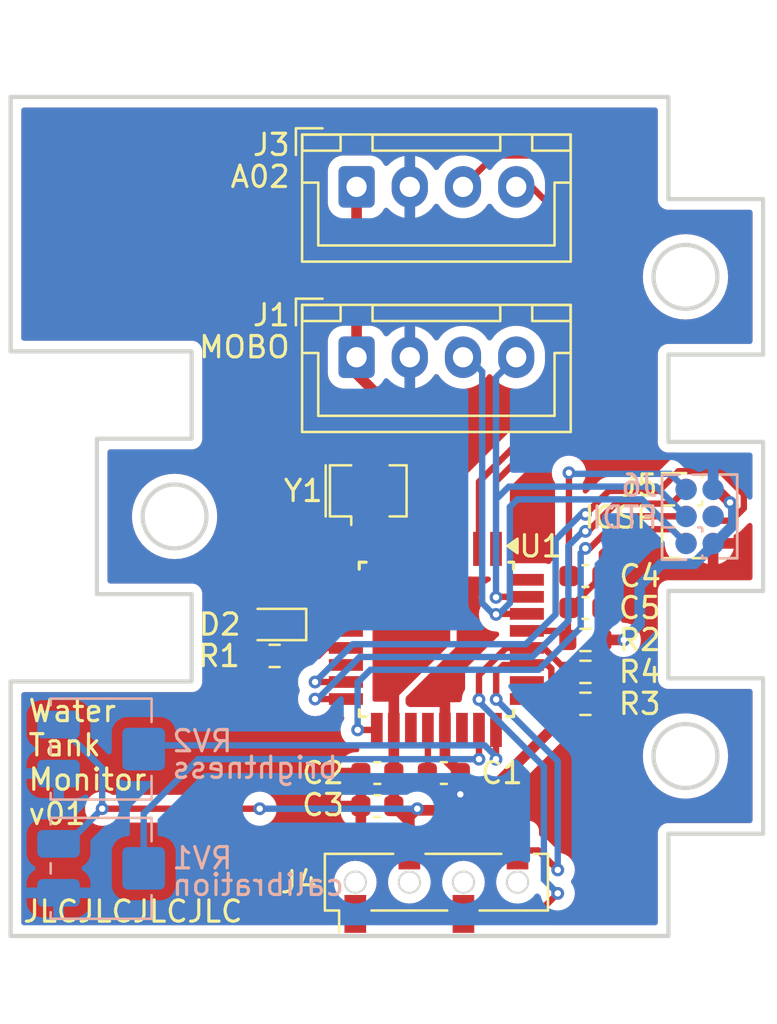
<source format=kicad_pcb>
(kicad_pcb (version 20240108) (generator "pcbnew") (generator_version "8.0")
  (layers (0 "F.Cu" signal) (31 "B.Cu" signal) (34 "B.Paste" user) (35 "F.Paste" user) (36 "B.SilkS" user "B.Silkscreen") (37 "F.SilkS" user "F.Silkscreen") (38 "B.Mask" user) (39 "F.Mask" user) (44 "Edge.Cuts" user))
  (net 0 "")
  (net 1 "+3.3V")
  (net 2 "/SDA")
  (net 3 "/SCL")
  (net 4 "GND")
  (net 5 "/BRIGH")
  (net 6 "/CALIB")
  (net 10 "Net-(D2-A)")
  (net 17 "Net-(U1-AREF)")
  (net 18 "Net-(U1-XTAL1{slash}PB6)")
  (net 19 "Net-(U1-XTAL2{slash}PB7)")
  (net 20 "Net-(U1-PB1)")
  (net 23 "Net-(J6-Pin_5)")
  (net 24 "/~{RST}")
  (net 25 "/RXD")
  (net 26 "/TXD")
  (net 27 "/TXD2")
  (net 28 "/RXD2")
  (net 29 "/MISO")
  (net 30 "/SCK")
  (net 31 "/MOSI")
  (footprint "Resistor_SMD:R_0603_1608Metric" (layer "F.Cu") (at 147 85)
    (property "Reference" "R3" (at 1.475 0 180) (layer "F.SilkS") (effects (justify left)))
    (property "Value" "4.7k")
    (fp_line (start -0.237258 -0.5225) (end 0.237258 -0.5225) (stroke (width 0.12)) (layer "F.SilkS"))
    (fp_line (start -0.237258 0.5225) (end 0.237258 0.5225) (stroke (width 0.12)) (layer "F.SilkS"))
    (pad "1" smd roundrect (at -0.825 0) (size 0.8 0.95) (layers "F.Cu" "F.Paste" "F.Mask") (net 2 "/SDA"))
    (pad "2" smd roundrect (at 0.825 0) (size 0.8 0.95) (layers "F.Cu" "F.Paste" "F.Mask") (net 1 "+3.3V"))
  )
  (footprint "Connector_JST:JST_XH_B4B-XH-A_1x04_P2.50mm_Vertical" (layer "F.Cu") (at 136.25 68.725)
    (property "Reference" "J1" (at -3.05 -1.975 180) (layer "F.SilkS") (effects (justify right)))
    (property "Value" "Conn_01x04")
    (fp_line (start -2.85 -2.75) (end -2.85 -1.5) (stroke (width 0.12)) (layer "F.SilkS"))
    (fp_line (start -2.56 -2.46) (end -2.56 3.51) (stroke (width 0.12)) (layer "F.SilkS"))
    (fp_line (start -2.56 3.51) (end 10.06 3.51) (stroke (width 0.12)) (layer "F.SilkS"))
    (fp_line (start -2.55 -2.45) (end -2.55 -1.7) (stroke (width 0.12)) (layer "F.SilkS"))
    (fp_line (start -2.55 -1.7) (end -0.75 -1.7) (stroke (width 0.12)) (layer "F.SilkS"))
    (fp_line (start -2.55 -0.2) (end -1.8 -0.2) (stroke (width 0.12)) (layer "F.SilkS"))
    (fp_line (start -1.8 -0.2) (end -1.8 2.75) (stroke (width 0.12)) (layer "F.SilkS"))
    (fp_line (start -1.8 2.75) (end 3.75 2.75) (stroke (width 0.12)) (layer "F.SilkS"))
    (fp_line (start -1.6 -2.75) (end -2.85 -2.75) (stroke (width 0.12)) (layer "F.SilkS"))
    (fp_line (start -0.75 -2.45) (end -2.55 -2.45) (stroke (width 0.12)) (layer "F.SilkS"))
    (fp_line (start -0.75 -1.7) (end -0.75 -2.45) (stroke (width 0.12)) (layer "F.SilkS"))
    (fp_line (start 0.75 -2.45) (end 0.75 -1.7) (stroke (width 0.12)) (layer "F.SilkS"))
    (fp_line (start 0.75 -1.7) (end 6.75 -1.7) (stroke (width 0.12)) (layer "F.SilkS"))
    (fp_line (start 6.75 -2.45) (end 0.75 -2.45) (stroke (width 0.12)) (layer "F.SilkS"))
    (fp_line (start 6.75 -1.7) (end 6.75 -2.45) (stroke (width 0.12)) (layer "F.SilkS"))
    (fp_line (start 8.25 -2.45) (end 8.25 -1.7) (stroke (width 0.12)) (layer "F.SilkS"))
    (fp_line (start 8.25 -1.7) (end 10.05 -1.7) (stroke (width 0.12)) (layer "F.SilkS"))
    (fp_line (start 9.3 -0.2) (end 9.3 2.75) (stroke (width 0.12)) (layer "F.SilkS"))
    (fp_line (start 9.3 2.75) (end 3.75 2.75) (stroke (width 0.12)) (layer "F.SilkS"))
    (fp_line (start 10.05 -2.45) (end 8.25 -2.45) (stroke (width 0.12)) (layer "F.SilkS"))
    (fp_line (start 10.05 -1.7) (end 10.05 -2.45) (stroke (width 0.12)) (layer "F.SilkS"))
    (fp_line (start 10.05 -0.2) (end 9.3 -0.2) (stroke (width 0.12)) (layer "F.SilkS"))
    (fp_line (start 10.06 -2.46) (end -2.56 -2.46) (stroke (width 0.12)) (layer "F.SilkS"))
    (fp_line (start 10.06 3.51) (end 10.06 -2.46) (stroke (width 0.12)) (layer "F.SilkS"))
    (pad "1" thru_hole roundrect (at 0 0) (size 1.7 1.95) (drill 0.95) (layers "*.Cu" "*.Mask") (roundrect_rratio 0.147059) (net 1 "+3.3V"))
    (pad "2" thru_hole oval (at 2.5 0) (size 1.7 1.95) (drill 0.95) (layers "*.Cu" "*.Mask") (net 4 "GND"))
    (pad "3" thru_hole oval (at 5 0) (size 1.7 1.95) (drill 0.95) (layers "*.Cu" "*.Mask") (net 25 "/RXD"))
    (pad "4" thru_hole oval (at 7.5 0) (size 1.7 1.95) (drill 0.95) (layers "*.Cu" "*.Mask") (net 26 "/TXD"))
  )
  (footprint "Capacitor_SMD:C_0603_1608Metric" (layer "F.Cu") (at 137.225 89.8)
    (property "Reference" "C3" (at -1.475 -0.05 0) (layer "F.SilkS") (effects (justify right)))
    (property "Value" "10uF")
    (fp_line (start -0.14058 -0.51) (end 0.14058 -0.51) (stroke (width 0.12)) (layer "F.SilkS"))
    (fp_line (start -0.14058 0.51) (end 0.14058 0.51) (stroke (width 0.12)) (layer "F.SilkS"))
    (pad "1" smd roundrect (at -0.775 0) (size 0.9 0.95) (layers "F.Cu" "F.Paste" "F.Mask") (net 4 "GND"))
    (pad "2" smd roundrect (at 0.775 0) (size 0.9 0.95) (layers "F.Cu" "F.Paste" "F.Mask") (net 1 "+3.3V"))
  )
  (footprint "Resistor_SMD:R_0603_1608Metric" (layer "F.Cu") (at 132.4 82.75)
    (property "Reference" "R1" (at -1.5375 0 0) (layer "F.SilkS") (effects (justify right)))
    (property "Value" "1k")
    (fp_line (start -0.237258 -0.5225) (end 0.237258 -0.5225) (stroke (width 0.12)) (layer "F.SilkS"))
    (fp_line (start -0.237258 0.5225) (end 0.237258 0.5225) (stroke (width 0.12)) (layer "F.SilkS"))
    (pad "1" smd roundrect (at -0.825 0) (size 0.8 0.95) (layers "F.Cu" "F.Paste" "F.Mask") (net 10 "Net-(D2-A)"))
    (pad "2" smd roundrect (at 0.825 0) (size 0.8 0.95) (layers "F.Cu" "F.Paste" "F.Mask") (net 20 "Net-(U1-PB1)"))
  )
  (footprint "Capacitor_SMD:C_0603_1608Metric" (layer "F.Cu") (at 147 79 180)
    (property "Reference" "C4" (at -1.5 0 0) (layer "F.SilkS") (effects (justify left)))
    (property "Value" "0.1uF")
    (fp_line (start -0.14058 0.51) (end 0.14058 0.51) (stroke (width 0.12)) (layer "F.SilkS"))
    (fp_line (start -0.14058 -0.51) (end 0.14058 -0.51) (stroke (width 0.12)) (layer "F.SilkS"))
    (pad "1" smd roundrect (at -0.775 0 180) (size 0.9 0.95) (layers "F.Cu" "F.Paste" "F.Mask") (net 24 "/~{RST}"))
    (pad "2" smd roundrect (at 0.775 0 180) (size 0.9 0.95) (layers "F.Cu" "F.Paste" "F.Mask") (net 23 "Net-(J6-Pin_5)"))
  )
  (footprint "Connector_JST:JST_XH_B4B-XH-A_1x04_P2.50mm_Vertical" (layer "F.Cu") (at 136.25 60.725)
    (property "Reference" "J3" (at -3.05 -1.975 180) (layer "F.SilkS") (effects (justify right)))
    (property "Value" "Conn_01x04")
    (fp_line (start -2.85 -2.75) (end -2.85 -1.5) (stroke (width 0.12)) (layer "F.SilkS"))
    (fp_line (start -2.56 -2.46) (end -2.56 3.51) (stroke (width 0.12)) (layer "F.SilkS"))
    (fp_line (start -2.56 3.51) (end 10.06 3.51) (stroke (width 0.12)) (layer "F.SilkS"))
    (fp_line (start -2.55 -2.45) (end -2.55 -1.7) (stroke (width 0.12)) (layer "F.SilkS"))
    (fp_line (start -2.55 -1.7) (end -0.75 -1.7) (stroke (width 0.12)) (layer "F.SilkS"))
    (fp_line (start -2.55 -0.2) (end -1.8 -0.2) (stroke (width 0.12)) (layer "F.SilkS"))
    (fp_line (start -1.8 -0.2) (end -1.8 2.75) (stroke (width 0.12)) (layer "F.SilkS"))
    (fp_line (start -1.8 2.75) (end 3.75 2.75) (stroke (width 0.12)) (layer "F.SilkS"))
    (fp_line (start -1.6 -2.75) (end -2.85 -2.75) (stroke (width 0.12)) (layer "F.SilkS"))
    (fp_line (start -0.75 -2.45) (end -2.55 -2.45) (stroke (width 0.12)) (layer "F.SilkS"))
    (fp_line (start -0.75 -1.7) (end -0.75 -2.45) (stroke (width 0.12)) (layer "F.SilkS"))
    (fp_line (start 0.75 -2.45) (end 0.75 -1.7) (stroke (width 0.12)) (layer "F.SilkS"))
    (fp_line (start 0.75 -1.7) (end 6.75 -1.7) (stroke (width 0.12)) (layer "F.SilkS"))
    (fp_line (start 6.75 -2.45) (end 0.75 -2.45) (stroke (width 0.12)) (layer "F.SilkS"))
    (fp_line (start 6.75 -1.7) (end 6.75 -2.45) (stroke (width 0.12)) (layer "F.SilkS"))
    (fp_line (start 8.25 -2.45) (end 8.25 -1.7) (stroke (width 0.12)) (layer "F.SilkS"))
    (fp_line (start 8.25 -1.7) (end 10.05 -1.7) (stroke (width 0.12)) (layer "F.SilkS"))
    (fp_line (start 9.3 -0.2) (end 9.3 2.75) (stroke (width 0.12)) (layer "F.SilkS"))
    (fp_line (start 9.3 2.75) (end 3.75 2.75) (stroke (width 0.12)) (layer "F.SilkS"))
    (fp_line (start 10.05 -2.45) (end 8.25 -2.45) (stroke (width 0.12)) (layer "F.SilkS"))
    (fp_line (start 10.05 -1.7) (end 10.05 -2.45) (stroke (width 0.12)) (layer "F.SilkS"))
    (fp_line (start 10.05 -0.2) (end 9.3 -0.2) (stroke (width 0.12)) (layer "F.SilkS"))
    (fp_line (start 10.06 -2.46) (end -2.56 -2.46) (stroke (width 0.12)) (layer "F.SilkS"))
    (fp_line (start 10.06 3.51) (end 10.06 -2.46) (stroke (width 0.12)) (layer "F.SilkS"))
    (pad "1" thru_hole roundrect (at 0 0) (size 1.7 1.95) (drill 0.95) (layers "*.Cu" "*.Mask") (roundrect_rratio 0.147059) (net 1 "+3.3V"))
    (pad "2" thru_hole oval (at 2.5 0) (size 1.7 1.95) (drill 0.95) (layers "*.Cu" "*.Mask") (net 4 "GND"))
    (pad "3" thru_hole oval (at 5 0) (size 1.7 1.95) (drill 0.95) (layers "*.Cu" "*.Mask") (net 28 "/RXD2"))
    (pad "4" thru_hole oval (at 7.5 0) (size 1.7 1.95) (drill 0.95) (layers "*.Cu" "*.Mask") (net 27 "/TXD2"))
  )
  (footprint "Resistor_SMD:R_0603_1608Metric" (layer "F.Cu") (at 147 83.5)
    (property "Reference" "R4" (at 1.475 0 180) (layer "F.SilkS") (effects (justify left)))
    (property "Value" "4.7k")
    (fp_line (start -0.237258 -0.5225) (end 0.237258 -0.5225) (stroke (width 0.12)) (layer "F.SilkS"))
    (fp_line (start -0.237258 0.5225) (end 0.237258 0.5225) (stroke (width 0.12)) (layer "F.SilkS"))
    (pad "1" smd roundrect (at -0.825 0) (size 0.8 0.95) (layers "F.Cu" "F.Paste" "F.Mask") (net 3 "/SCL"))
    (pad "2" smd roundrect (at 0.825 0) (size 0.8 0.95) (layers "F.Cu" "F.Paste" "F.Mask") (net 1 "+3.3V"))
  )
  (footprint "Capacitor_SMD:C_0603_1608Metric" (layer "F.Cu") (at 140.35 88.25)
    (property "Reference" "C1" (at 1.65 0 0) (layer "F.SilkS") (effects (justify left)))
    (property "Value" "0.1uF")
    (fp_line (start -0.14058 -0.51) (end 0.14058 -0.51) (stroke (width 0.12)) (layer "F.SilkS"))
    (fp_line (start -0.14058 0.51) (end 0.14058 0.51) (stroke (width 0.12)) (layer "F.SilkS"))
    (pad "1" smd roundrect (at -0.775 0) (size 0.9 0.95) (layers "F.Cu" "F.Paste" "F.Mask") (net 17 "Net-(U1-AREF)"))
    (pad "2" smd roundrect (at 0.775 0) (size 0.9 0.95) (layers "F.Cu" "F.Paste" "F.Mask") (net 4 "GND"))
  )
  (footprint "Package_QFP:TQFP-32_7x7mm_P0.8mm" (layer "F.Cu") (at 140 81.975 -90)
    (property "Reference" "U1" (at -4.375 -3.8 0) (layer "F.SilkS") (effects (justify left)))
    (property "Value" "ATmega328P-A")
    (fp_line (start -3.625 3.625) (end -3.3 3.625) (stroke (width 0.15)) (layer "F.SilkS"))
    (fp_line (start -3.625 3.625) (end -3.625 3.3) (stroke (width 0.15)) (layer "F.SilkS"))
    (fp_line (start 3.625 3.625) (end 3.3 3.625) (stroke (width 0.15)) (layer "F.SilkS"))
    (fp_line (start 3.625 3.625) (end 3.625 3.3) (stroke (width 0.15)) (layer "F.SilkS"))
    (fp_line (start -3.625 -3.625) (end -3.625 -3.4) (stroke (width 0.15)) (layer "F.SilkS"))
    (fp_line (start -3.625 -3.625) (end -3.3 -3.625) (stroke (width 0.15)) (layer "F.SilkS"))
    (fp_line (start 3.625 -3.625) (end 3.625 -3.3) (stroke (width 0.15)) (layer "F.SilkS"))
    (fp_line (start 3.625 -3.625) (end 3.3 -3.625) (stroke (width 0.15)) (layer "F.SilkS"))
    (fp_poly (pts (xy -4.39 -3.34) (xy -4.73 -3.81) (xy -4.05 -3.81) (xy -4.39 -3.34)) (stroke (width 0.12)) (fill solid) (layer "F.SilkS"))
    (pad "1" smd rect (at -4.25 -2.8 270) (size 1.6 0.55) (layers "F.Cu" "F.Paste" "F.Mask") (net 28 "/RXD2"))
    (pad "2" smd rect (at -4.25 -2 270) (size 1.6 0.55) (layers "F.Cu" "F.Paste" "F.Mask") (net 27 "/TXD2"))
    (pad "3" smd rect (at -4.25 -1.2 270) (size 1.6 0.55) (layers "F.Cu" "F.Paste" "F.Mask") (net 4 "GND"))
    (pad "4" smd rect (at -4.25 -0.4 270) (size 1.6 0.55) (layers "F.Cu" "F.Paste" "F.Mask") (net 1 "+3.3V"))
    (pad "5" smd rect (at -4.25 0.4 270) (size 1.6 0.55) (layers "F.Cu" "F.Paste" "F.Mask") (net 4 "GND"))
    (pad "6" smd rect (at -4.25 1.2 270) (size 1.6 0.55) (layers "F.Cu" "F.Paste" "F.Mask") (net 1 "+3.3V"))
    (pad "7" smd rect (at -4.25 2 270) (size 1.6 0.55) (layers "F.Cu" "F.Paste" "F.Mask") (net 18 "Net-(U1-XTAL1{slash}PB6)"))
    (pad "8" smd rect (at -4.25 2.8 270) (size 1.6 0.55) (layers "F.Cu" "F.Paste" "F.Mask") (net 19 "Net-(U1-XTAL2{slash}PB7)"))
    (pad "9" smd rect (at -2.8 4.25) (size 1.6 0.55) (layers "F.Cu" "F.Paste" "F.Mask"))
    (pad "10" smd rect (at -2 4.25) (size 1.6 0.55) (layers "F.Cu" "F.Paste" "F.Mask"))
    (pad "11" smd rect (at -1.2 4.25) (size 1.6 0.55) (layers "F.Cu" "F.Paste" "F.Mask"))
    (pad "12" smd rect (at -0.4 4.25) (size 1.6 0.55) (layers "F.Cu" "F.Paste" "F.Mask"))
    (pad "13" smd rect (at 0.4 4.25) (size 1.6 0.55) (layers "F.Cu" "F.Paste" "F.Mask") (net 20 "Net-(U1-PB1)"))
    (pad "14" smd rect (at 1.2 4.25) (size 1.6 0.55) (layers "F.Cu" "F.Paste" "F.Mask"))
    (pad "15" smd rect (at 2 4.25) (size 1.6 0.55) (layers "F.Cu" "F.Paste" "F.Mask") (net 31 "/MOSI"))
    (pad "16" smd rect (at 2.8 4.25) (size 1.6 0.55) (layers "F.Cu" "F.Paste" "F.Mask") (net 29 "/MISO"))
    (pad "17" smd rect (at 4.25 2.8 270) (size 1.6 0.55) (layers "F.Cu" "F.Paste" "F.Mask") (net 30 "/SCK"))
    (pad "18" smd rect (at 4.25 2 270) (size 1.6 0.55) (layers "F.Cu" "F.Paste" "F.Mask") (net 1 "+3.3V"))
    (pad "19" smd rect (at 4.25 1.2 270) (size 1.6 0.55) (layers "F.Cu" "F.Paste" "F.Mask"))
    (pad "20" smd rect (at 4.25 0.4 270) (size 1.6 0.55) (layers "F.Cu" "F.Paste" "F.Mask") (net 17 "Net-(U1-AREF)"))
    (pad "21" smd rect (at 4.25 -0.4 270) (size 1.6 0.55) (layers "F.Cu" "F.Paste" "F.Mask") (net 4 "GND"))
    (pad "22" smd rect (at 4.25 -1.2 270) (size 1.6 0.55) (layers "F.Cu" "F.Paste" "F.Mask"))
    (pad "23" smd rect (at 4.25 -2 270) (size 1.6 0.55) (layers "F.Cu" "F.Paste" "F.Mask") (net 6 "/CALIB"))
    (pad "24" smd rect (at 4.25 -2.8 270) (size 1.6 0.55) (layers "F.Cu" "F.Paste" "F.Mask") (net 5 "/BRIGH"))
    (pad "25" smd rect (at 2.8 -4.25) (size 1.6 0.55) (layers "F.Cu" "F.Paste" "F.Mask"))
    (pad "26" smd rect (at 2 -4.25) (size 1.6 0.55) (layers "F.Cu" "F.Paste" "F.Mask"))
    (pad "27" smd rect (at 1.2 -4.25) (size 1.6 0.55) (layers "F.Cu" "F.Paste" "F.Mask") (net 2 "/SDA"))
    (pad "28" smd rect (at 0.4 -4.25) (size 1.6 0.55) (layers "F.Cu" "F.Paste" "F.Mask") (net 3 "/SCL"))
    (pad "29" smd rect (at -0.4 -4.25) (size 1.6 0.55) (layers "F.Cu" "F.Paste" "F.Mask") (net 24 "/~{RST}"))
    (pad "30" smd rect (at -1.2 -4.25) (size 1.6 0.55) (layers "F.Cu" "F.Paste" "F.Mask") (net 25 "/RXD"))
    (pad "31" smd rect (at -2 -4.25) (size 1.6 0.55) (layers "F.Cu" "F.Paste" "F.Mask") (net 26 "/TXD"))
    (pad "32" smd rect (at -2.8 -4.25) (size 1.6 0.55) (layers "F.Cu" "F.Paste" "F.Mask"))
  )
  (footprint "Crystal:Resonator_SMD_Murata_CSTxExxV-3Pin_3.0x1.1mm" (layer "F.Cu") (at 136.8 75)
    (property "Reference" "Y1" (at -2.05 0 180) (layer "F.SilkS") (effects (justify right)))
    (property "Value" "16MHz")
    (fp_line (start -2 -1.2) (end -2 0.8) (stroke (width 0.12)) (layer "F.SilkS"))
    (fp_line (start -2 0.8) (end -2 1.2) (stroke (width 0.12)) (layer "F.SilkS"))
    (fp_line (start -1.8 -1.2) (end -0.8 -1.2) (stroke (width 0.12)) (layer "F.SilkS"))
    (fp_line (start -1.8 0.8) (end -1.8 -1.2) (stroke (width 0.12)) (layer "F.SilkS"))
    (fp_line (start -1.8 0.8) (end -1.8 1.2) (stroke (width 0.12)) (layer "F.SilkS"))
    (fp_line (start -0.8 1.2) (end -1.8 1.2) (stroke (width 0.12)) (layer "F.SilkS"))
    (fp_line (start -0.8 1.2) (end -0.8 1.6) (stroke (width 0.12)) (layer "F.SilkS"))
    (fp_line (start 1 -1.2) (end 1.8 -1.2) (stroke (width 0.12)) (layer "F.SilkS"))
    (fp_line (start 1.8 -1.2) (end 1.8 0.8) (stroke (width 0.12)) (layer "F.SilkS"))
    (fp_line (start 1.8 0.8) (end 1.8 1.2) (stroke (width 0.12)) (layer "F.SilkS"))
    (fp_line (start 1.8 1.2) (end 1 1.2) (stroke (width 0.12)) (layer "F.SilkS"))
    (pad "1" smd rect (at -1.2 0) (size 0.4 1.9) (layers "F.Cu" "F.Paste" "F.Mask") (net 19 "Net-(U1-XTAL2{slash}PB7)"))
    (pad "2" smd rect (at 0 0) (size 0.4 1.9) (layers "F.Cu" "F.Paste" "F.Mask") (net 4 "GND"))
    (pad "3" smd rect (at 1.2 0) (size 0.4 1.9) (layers "F.Cu" "F.Paste" "F.Mask") (net 18 "Net-(U1-XTAL1{slash}PB6)"))
  )
  (footprint "Connector_PinSocket_2.54mm:PinSocket_1x04_P2.54mm_Vertical_SMD_low_profile_Pin1Left" (layer "F.Cu") (at 140 93.375 90)
    (property "Reference" "J4" (at 0 -5.5 180) (layer "F.SilkS") (effects (justify right)))
    (property "Value" "Conn_01x04")
    (fp_line (start 1.33 -5.24) (end 1.33 -2.03) (stroke (width 0.12)) (layer "F.SilkS"))
    (fp_line (start -1.33 -5.24) (end 1.33 -5.24) (stroke (width 0.12)) (layer "F.SilkS"))
    (fp_line (start -1.33 -5.24) (end -1.33 -4.57) (stroke (width 0.12)) (layer "F.SilkS"))
    (fp_line (start -2.34 -4.57) (end -1.33 -4.57) (stroke (width 0.12)) (layer "F.SilkS"))
    (fp_line (start -1.33 -3.05) (end -1.33 0.51) (stroke (width 0.12)) (layer "F.SilkS"))
    (fp_line (start 1.33 -0.51) (end 1.33 3.05) (stroke (width 0.12)) (layer "F.SilkS"))
    (fp_line (start -1.33 2.03) (end -1.33 5.24) (stroke (width 0.12)) (layer "F.SilkS"))
    (fp_line (start 1.33 4.57) (end 1.33 5.24) (stroke (width 0.12)) (layer "F.SilkS"))
    (fp_line (start -1.33 5.24) (end 1.33 5.24) (stroke (width 0.12)) (layer "F.SilkS"))
    (fp_circle (center 0 -3.81) (end 0.5 -3.81) (stroke (width 0.1)) (fill none) (layer "Edge.Cuts"))
    (fp_circle (center 0 -1.27) (end 0.5 -1.27) (stroke (width 0.1)) (fill none) (layer "Edge.Cuts"))
    (fp_circle (center 0 1.27) (end 0.5 1.27) (stroke (width 0.1)) (fill none) (layer "Edge.Cuts"))
    (fp_circle (center 0 3.81) (end 0.5 3.81) (stroke (width 0.1)) (fill none) (layer "Edge.Cuts"))
    (pad "1" smd rect (at -1.49 -3.81 90) (size 1.78 1.02) (layers "F.Cu" "F.Paste" "F.Mask") (net 4 "GND"))
    (pad "2" smd rect (at 1.49 -1.27 90) (size 1.78 1.02) (layers "F.Cu" "F.Paste" "F.Mask") (net 1 "+3.3V"))
    (pad "3" smd rect (at -1.49 1.27 90) (size 1.78 1.02) (layers "F.Cu" "F.Paste" "F.Mask") (net 3 "/SCL"))
    (pad "4" smd rect (at 1.49 3.81 90) (size 1.78 1.02) (layers "F.Cu" "F.Paste" "F.Mask") (net 2 "/SDA"))
  )
  (footprint "LED_SMD:LED_0603_1608Metric" (layer "F.Cu") (at 132.4 81.275 180)
    (property "Reference" "D2" (at 1.5 0 0) (layer "F.SilkS") (effects (justify right)))
    (property "Value" "LED")
    (fp_line (start 0.8 -0.735) (end -1.485 -0.735) (stroke (width 0.12)) (layer "F.SilkS"))
    (fp_line (start -1.485 0.735) (end 0.8 0.735) (stroke (width 0.12)) (layer "F.SilkS"))
    (fp_line (start -1.485 -0.735) (end -1.485 0.735) (stroke (width 0.12)) (layer "F.SilkS"))
    (pad "1" smd roundrect (at -0.7875 0 180) (size 0.875 0.95) (layers "F.Cu" "F.Paste" "F.Mask") (net 4 "GND"))
    (pad "2" smd roundrect (at 0.7875 0 180) (size 0.875 0.95) (layers "F.Cu" "F.Paste" "F.Mask") (net 10 "Net-(D2-A)"))
  )
  (footprint "Capacitor_SMD:C_0603_1608Metric" (layer "F.Cu") (at 147 80.5)
    (property "Reference" "C5" (at 1.475 0 180) (layer "F.SilkS") (effects (justify left)))
    (property "Value" "0.1uF")
    (fp_line (start -0.14058 -0.51) (end 0.14058 -0.51) (stroke (width 0.12)) (layer "F.SilkS"))
    (fp_line (start -0.14058 0.51) (end 0.14058 0.51) (stroke (width 0.12)) (layer "F.SilkS"))
    (pad "1" smd roundrect (at -0.775 0) (size 0.9 0.95) (layers "F.Cu" "F.Paste" "F.Mask") (net 24 "/~{RST}"))
    (pad "2" smd roundrect (at 0.775 0) (size 0.9 0.95) (layers "F.Cu" "F.Paste" "F.Mask") (net 4 "GND"))
  )
  (footprint "Connector_PinHeader_1.27mm:PinHeader_2x03_P1.27mm_Vertical_SMD_pogo" (layer "F.Cu") (at 151.73 74.925)
    (property "Reference" "J5" (at -1.25 -0.175 180) (layer "F.SilkS") (effects (justify right)))
    (property "Value" "ICSP" (at -1.25 1.325 180) (layer "F.SilkS") (effects (justify right)))
    (fp_line (start -1.13 -0.76) (end 0 -0.76) (stroke (width 0.12)) (layer "F.SilkS"))
    (fp_line (start -1.13 0) (end -1.13 -0.76) (stroke (width 0.12)) (layer "F.SilkS"))
    (fp_line (start -1.13 0.76) (end -1.13 3.235) (stroke (width 0.12)) (layer "F.SilkS"))
    (fp_line (start -1.13 0.76) (end -0.563471 0.76) (stroke (width 0.12)) (layer "F.SilkS"))
    (fp_line (start -1.13 3.235) (end -0.30753 3.235) (stroke (width 0.12)) (layer "F.SilkS"))
    (fp_line (start 0.30753 3.235) (end 0.96247 3.235) (stroke (width 0.12)) (layer "F.SilkS"))
    (fp_line (start 0.563471 0.76) (end 0.706529 0.76) (stroke (width 0.12)) (layer "F.SilkS"))
    (fp_line (start 0.76 -0.695) (end 0.96247 -0.695) (stroke (width 0.12)) (layer "F.SilkS"))
    (fp_line (start 0.76 -0.563471) (end 0.76 -0.695) (stroke (width 0.12)) (layer "F.SilkS"))
    (fp_line (start 0.76 0.706529) (end 0.76 0.563471) (stroke (width 0.12)) (layer "F.SilkS"))
    (fp_line (start 1.57753 -0.695) (end 2.4 -0.695) (stroke (width 0.12)) (layer "F.SilkS"))
    (fp_line (start 1.57753 3.235) (end 2.4 3.235) (stroke (width 0.12)) (layer "F.SilkS"))
    (fp_line (start 2.4 -0.695) (end 2.4 3.235) (stroke (width 0.12)) (layer "F.SilkS"))
    (pad "1" smd circle (at 0 0) (size 1 1) (layers "F.Cu" "F.Mask") (net 29 "/MISO"))
    (pad "2" smd circle (at 1.27 0) (size 1 1) (layers "F.Cu" "F.Mask") (net 1 "+3.3V"))
    (pad "3" smd circle (at 0 1.27) (size 1 1) (layers "F.Cu" "F.Mask") (net 30 "/SCK"))
    (pad "4" smd circle (at 1.27 1.27) (size 1 1) (layers "F.Cu" "F.Mask") (net 31 "/MOSI"))
    (pad "5" smd circle (at 0 2.54) (size 1 1) (layers "F.Cu" "F.Mask") (net 24 "/~{RST}"))
    (pad "6" smd circle (at 1.27 2.54) (size 1 1) (layers "F.Cu" "F.Mask") (net 4 "GND"))
  )
  (footprint "Resistor_SMD:R_0603_1608Metric" (layer "F.Cu") (at 147 82 180)
    (property "Reference" "R2" (at -1.475 0 180) (layer "F.SilkS") (effects (justify left)))
    (property "Value" "10k")
    (fp_line (start -0.237258 0.5225) (end 0.237258 0.5225) (stroke (width 0.12)) (layer "F.SilkS"))
    (fp_line (start -0.237258 -0.5225) (end 0.237258 -0.5225) (stroke (width 0.12)) (layer "F.SilkS"))
    (pad "1" smd roundrect (at -0.825 0 180) (size 0.8 0.95) (layers "F.Cu" "F.Paste" "F.Mask") (net 1 "+3.3V"))
    (pad "2" smd roundrect (at 0.825 0 180) (size 0.8 0.95) (layers "F.Cu" "F.Paste" "F.Mask") (net 24 "/~{RST}"))
  )
  (footprint "Capacitor_SMD:C_0603_1608Metric" (layer "F.Cu") (at 137.225 88.25)
    (property "Reference" "C2" (at -1.475 0 0) (layer "F.SilkS") (effects (justify right)))
    (property "Value" "0.1uF")
    (fp_line (start -0.140581 -0.51) (end 0.140581 -0.51) (stroke (width 0.12)) (layer "F.SilkS"))
    (fp_line (start -0.140581 0.51) (end 0.140581 0.51) (stroke (width 0.12)) (layer "F.SilkS"))
    (pad "1" smd roundrect (at -0.775 0) (size 0.9 0.95) (layers "F.Cu" "F.Paste" "F.Mask") (net 4 "GND"))
    (pad "2" smd roundrect (at 0.775 0) (size 0.9 0.95) (layers "F.Cu" "F.Paste" "F.Mask") (net 1 "+3.3V"))
  )
  (footprint "Potentiometer_SMD:Potentiometer_Bourns_3314J_Vertical" (layer "B.Cu") (at 124.25 92.725 -90)
    (property "Reference" "RV1" (at -0.475 -3.25 0) (layer "B.SilkS") (effects (justify right mirror)))
    (property "Value" "10k")
    (fp_line (start -2.06 2.37) (end -2.37 2.37) (stroke (width 0.12)) (layer "B.SilkS"))
    (fp_line (start 0.24 2.37) (end -0.24 2.37) (stroke (width 0.12)) (layer "B.SilkS"))
    (fp_line (start 2.37 2.37) (end 2.06 2.37) (stroke (width 0.12)) (layer "B.SilkS"))
    (fp_line (start -2.37 -2.37) (end -2.37 2.37) (stroke (width 0.12)) (layer "B.SilkS"))
    (fp_line (start -1.27 -2.37) (end -2.37 -2.37) (stroke (width 0.12)) (layer "B.SilkS"))
    (fp_line (start 2.37 -2.37) (end 2.37 2.37) (stroke (width 0.12)) (layer "B.SilkS"))
    (fp_line (start 2.37 -2.37) (end 1.26 -2.37) (stroke (width 0.12)) (layer "B.SilkS"))
    (pad "1" smd roundrect (at -1.15 2 270) (size 1.3 2) (layers "B.Cu" "B.Paste" "B.Mask") (roundrect_rratio 0.1923076923) (net 1 "+3.3V"))
    (pad "2" smd roundrect (at 0 -2 270) (size 2 2) (layers "B.Cu" "B.Paste" "B.Mask") (roundrect_rratio 0.125) (net 6 "/CALIB"))
    (pad "3" smd roundrect (at 1.15 2 270) (size 1.3 2) (layers "B.Cu" "B.Paste" "B.Mask") (roundrect_rratio 0.1923076923) (net 4 "GND"))
  )
  (footprint "Potentiometer_SMD:Potentiometer_Bourns_3314J_Vertical" (layer "B.Cu") (at 124.25 87.125 -90)
    (property "Reference" "RV2" (at -0.375 -3.25 0) (layer "B.SilkS") (effects (justify right mirror)))
    (property "Value" "10k")
    (fp_line (start -2.06 2.37) (end -2.37 2.37) (stroke (width 0.12)) (layer "B.SilkS"))
    (fp_line (start 0.24 2.37) (end -0.24 2.37) (stroke (width 0.12)) (layer "B.SilkS"))
    (fp_line (start 2.37 2.37) (end 2.06 2.37) (stroke (width 0.12)) (layer "B.SilkS"))
    (fp_line (start -2.37 -2.37) (end -2.37 2.37) (stroke (width 0.12)) (layer "B.SilkS"))
    (fp_line (start -1.27 -2.37) (end -2.37 -2.37) (stroke (width 0.12)) (layer "B.SilkS"))
    (fp_line (start 2.37 -2.37) (end 2.37 2.37) (stroke (width 0.12)) (layer "B.SilkS"))
    (fp_line (start 2.37 -2.37) (end 1.26 -2.37) (stroke (width 0.12)) (layer "B.SilkS"))
    (pad "1" smd roundrect (at -1.15 2 270) (size 1.3 2) (layers "B.Cu" "B.Paste" "B.Mask") (roundrect_rratio 0.1923076923) (net 1 "+3.3V"))
    (pad "2" smd roundrect (at 0 -2 270) (size 2 2) (layers "B.Cu" "B.Paste" "B.Mask") (roundrect_rratio 0.125) (net 5 "/BRIGH"))
    (pad "3" smd roundrect (at 1.15 2 270) (size 1.3 2) (layers "B.Cu" "B.Paste" "B.Mask") (roundrect_rratio 0.1923076923) (net 4 "GND"))
  )
  (footprint "Connector_PinHeader_1.27mm:PinHeader_2x03_P1.27mm_Vertical_SMD_pogo" (layer "B.Cu") (at 151.73 77.475)
    (property "Reference" "J6" (at -1.23 -2.725 180) (layer "B.SilkS") (effects (justify left mirror)))
    (property "Value" "FTDI" (at -1.23 -1.225 180) (layer "B.SilkS") (effects (justify left mirror)))
    (fp_line (start -1.13 -3.235) (end -1.13 -0.76) (stroke (width 0.12)) (layer "B.SilkS"))
    (fp_line (start -1.13 0.76) (end -1.13 0) (stroke (width 0.12)) (layer "B.SilkS"))
    (fp_line (start -0.563471 -0.76) (end -1.13 -0.76) (stroke (width 0.12)) (layer "B.SilkS"))
    (fp_line (start -0.30753 -3.235) (end -1.13 -3.235) (stroke (width 0.12)) (layer "B.SilkS"))
    (fp_line (start 0 0.76) (end -1.13 0.76) (stroke (width 0.12)) (layer "B.SilkS"))
    (fp_line (start 0.706529 -0.76) (end 0.563471 -0.76) (stroke (width 0.12)) (layer "B.SilkS"))
    (fp_line (start 0.76 -0.563471) (end 0.76 -0.706529) (stroke (width 0.12)) (layer "B.SilkS"))
    (fp_line (start 0.76 0.695) (end 0.76 0.563471) (stroke (width 0.12)) (layer "B.SilkS"))
    (fp_line (start 0.96247 -3.235) (end 0.30753 -3.235) (stroke (width 0.12)) (layer "B.SilkS"))
    (fp_line (start 0.96247 0.695) (end 0.76 0.695) (stroke (width 0.12)) (layer "B.SilkS"))
    (fp_line (start 2.4 -3.235) (end 1.57753 -3.235) (stroke (width 0.12)) (layer "B.SilkS"))
    (fp_line (start 2.4 -3.235) (end 2.4 0.695) (stroke (width 0.12)) (layer "B.SilkS"))
    (fp_line (start 2.4 0.695) (end 1.57753 0.695) (stroke (width 0.12)) (layer "B.SilkS"))
    (pad "1" smd circle (at 0 0) (size 1 1) (layers "B.Cu" "B.Mask") (net 25 "/RXD"))
    (pad "2" smd circle (at 1.27 0) (size 1 1) (layers "B.Cu" "B.Mask") (net 1 "+3.3V"))
    (pad "3" smd circle (at 0 -1.27) (size 1 1) (layers "B.Cu" "B.Mask") (net 26 "/TXD"))
    (pad "4" smd circle (at 1.27 -1.27) (size 1 1) (layers "B.Cu" "B.Mask"))
    (pad "5" smd circle (at 0 -2.54) (size 1 1) (layers "B.Cu" "B.Mask") (net 23 "Net-(J6-Pin_5)"))
    (pad "6" smd circle (at 1.27 -2.54) (size 1 1) (layers "B.Cu" "B.Mask") (net 4 "GND"))
  )
  (gr_poly (pts (xy 137.1 79.1) (xy 137.1 84.8) (xy 137.8 84.8) (xy 137.8 84.4) (xy 140.2 82) (xy 140.2 79.1)) (stroke (width 0.2)) (fill solid) (layer "F.Cu") (net 1))
  (gr_line (start 124.05 72.55) (end 124.05 79.85) (stroke (width 0.2)) (layer "Edge.Cuts"))
  (gr_circle (center 151.7 64.95) (end 153.2 64.95) (stroke (width 0.2)) (fill none) (layer "Edge.Cuts"))
  (gr_line (start 150.9 72.7) (end 150.9 68.6) (stroke (width 0.2)) (layer "Edge.Cuts"))
  (gr_line (start 150.9 95.9) (end 150.9 91.1) (stroke (width 0.2)) (layer "Edge.Cuts"))
  (gr_line (start 128.5 72.55) (end 124.05 72.55) (stroke (width 0.2)) (layer "Edge.Cuts"))
  (gr_line (start 150.9 68.6) (end 155.35 68.6) (stroke (width 0.2)) (layer "Edge.Cuts"))
  (gr_line (start 120 68.45) (end 128.5 68.45) (stroke (width 0.2)) (layer "Edge.Cuts"))
  (gr_line (start 124.05 79.85) (end 128.5 79.85) (stroke (width 0.2)) (layer "Edge.Cuts"))
  (gr_circle (center 151.7 87.45) (end 153.2 87.45) (stroke (width 0.2)) (fill none) (layer "Edge.Cuts"))
  (gr_line (start 155.35 68.6) (end 155.35 61.3) (stroke (width 0.2)) (layer "Edge.Cuts"))
  (gr_line (start 150.9 56.5) (end 120 56.5) (stroke (width 0.2)) (layer "Edge.Cuts"))
  (gr_line (start 120 95.9) (end 150.9 95.9) (stroke (width 0.2)) (layer "Edge.Cuts"))
  (gr_line (start 150.9 83.8) (end 150.9 79.7) (stroke (width 0.2)) (layer "Edge.Cuts"))
  (gr_circle (center 127.7 76.2) (end 129.2 76.2) (stroke (width 0.2)) (fill none) (layer "Edge.Cuts"))
  (gr_line (start 128.5 83.95) (end 120 83.95) (stroke (width 0.2)) (layer "Edge.Cuts"))
  (gr_line (start 155.35 91.1) (end 155.35 83.8) (stroke (width 0.2)) (layer "Edge.Cuts"))
  (gr_line (start 128.5 79.85) (end 128.5 83.95) (stroke (width 0.2)) (layer "Edge.Cuts"))
  (gr_line (start 155.35 83.8) (end 150.9 83.8) (stroke (width 0.2)) (layer "Edge.Cuts"))
  (gr_line (start 120 83.95) (end 120 95.9) (stroke (width 0.2)) (layer "Edge.Cuts"))
  (gr_line (start 120 56.5) (end 120 68.45) (stroke (width 0.2)) (layer "Edge.Cuts"))
  (gr_line (start 150.9 61.3) (end 150.9 56.5) (stroke (width 0.2)) (layer "Edge.Cuts"))
  (gr_line (start 155.35 61.3) (end 150.9 61.3) (stroke (width 0.2)) (layer "Edge.Cuts"))
  (gr_line (start 155.35 72.7) (end 150.9 72.7) (stroke (width 0.2)) (layer "Edge.Cuts"))
  (gr_line (start 150.9 91.1) (end 155.35 91.1) (stroke (width 0.2)) (layer "Edge.Cuts"))
  (gr_line (start 128.5 68.45) (end 128.5 72.55) (stroke (width 0.2)) (layer "Edge.Cuts"))
  (gr_line (start 150.9 79.7) (end 155.35 79.7) (stroke (width 0.2)) (layer "Edge.Cuts"))
  (gr_line (start 155.35 79.7) (end 155.35 72.7) (stroke (width 0.2)) (layer "Edge.Cuts"))
  (gr_text "calibration" (at 127.5 93.5 0) (layer "B.SilkS") (effects (font (size 1 1)) (justify right mirror)))
  (gr_text "brightness" (at 127.5 88 0) (layer "B.SilkS") (effects (font (size 1 1)) (justify right mirror)))
  (gr_text "JLCJLCJLCJLC" (at 120.5 94.75 0) (layer "F.SilkS") (effects (font (size 1 1) (thickness 0.15) (bold yes)) (justify left)))
  (gr_text "A02" (at 133.2 60.25 0) (layer "F.SilkS") (effects (font (size 1 1)) (justify right)))
  (gr_text "Water\nTank\nMonitor\nv01" (at 120.75 87.75 0) (layer "F.SilkS") (effects (font (size 1 1) (thickness 0.15) (bold yes)) (justify left)))
  (gr_text "MOBO" (at 133.2 68.25 0) (layer "F.SilkS") (effects (font (size 1 1)) (justify right)))
  (segment (start 139.175 79.4) (end 140.4 79.4) (width 0.5) (layer "F.Cu") (net 1))
  (segment (start 138 86.225) (end 138 84.5) (width 0.5) (layer "F.Cu") (net 1))
  (segment (start 147.825 83.5) (end 147.825 85) (width 0.5) (layer "F.Cu") (net 1))
  (segment (start 147.57478 85) (end 146.64978 85.925) (width 0.5) (layer "F.Cu") (net 1))
  (segment (start 139.175 90) (end 139.1 89.925) (width 0.5) (layer "F.Cu") (net 1))
  (segment (start 138.73 90.295) (end 139.1 89.925) (width 0.5) (layer "F.Cu") (net 1))
  (segment (start 138.73 91.885) (end 138.73 90.53) (width 0.5) (layer "F.Cu") (net 1))
  (segment (start 153.17144 74.925) (end 153.791985 75.545545) (width 0.5) (layer "F.Cu") (net 1))
  (segment (start 138 84.5) (end 140.4 82.1) (width 0.5) (layer "F.Cu") (net 1))
  (segment (start 153 74.925) (end 153.17144 74.925) (width 0.5) (layer "F.Cu") (net 1))
  (segment (start 140.4 73.65) (end 140.4 77.725) (width 0.5) (layer "F.Cu") (net 1))
  (segment (start 145.675 85.925) (end 141.6 90) (width 0.5) (layer "F.Cu") (net 1))
  (segment (start 136.25 69.5) (end 140.4 73.65) (width 0.5) (layer "F.Cu") (net 1))
  (segment (start 131.7 89.925) (end 124.425 89.925) (width 0.3) (layer "F.Cu") (net 1))
  (segment (start 146.64978 85.925) (end 145.675 85.925) (width 0.5) (layer "F.Cu") (net 1))
  (segment (start 138.8 79.025) (end 139.175 79.4) (width 0.5) (layer "F.Cu") (net 1))
  (segment (start 147.825 85) (end 147.57478 85) (width 0.5) (layer "F.Cu") (net 1))
  (segment (start 138.73 90.53) (end 138 89.8) (width 0.5) (layer "F.Cu") (net 1))
  (segment (start 136.25 68.725) (end 136.25 69.5) (width 0.5) (layer "F.Cu") (net 1))
  (segment (start 140.4 79.4) (end 140.4 77.725) (width 0.5) (layer "F.Cu") (net 1))
  (segment (start 147.825 82) (end 147.825 83.5) (width 0.5) (layer "F.Cu") (net 1))
  (segment (start 138.73 91.885) (end 138.73 90.295) (width 0.5) (layer "F.Cu") (net 1))
  (segment (start 141.6 90) (end 139.175 90) (width 0.5) (layer "F.Cu") (net 1))
  (segment (start 147.825 82) (end 148.8 82) (width 0.5) (layer "F.Cu") (net 1))
  (segment (start 136.25 68.725) (end 136.25 60.725) (width 0.5) (layer "F.Cu") (net 1))
  (segment (start 138.8 77.725) (end 138.8 79.025) (width 0.5) (layer "F.Cu") (net 1))
  (segment (start 138 88.25) (end 138 86.225) (width 0.5) (layer "F.Cu") (net 1))
  (segment (start 140.4 82.1) (end 140.4 79.4) (width 0.5) (layer "F.Cu") (net 1))
  (segment (start 138 89.8) (end 138 88.25) (width 0.5) (layer "F.Cu") (net 1))
  (via (at 139.1 89.925) (size 0.6) (drill 0.3) (layers "F.Cu" "B.Cu") (net 1))
  (via (at 153.791985 75.545545) (size 0.6) (drill 0.3) (layers "F.Cu" "B.Cu") (net 1))
  (via (at 124.3 89.925) (size 0.6) (drill 0.3) (layers "F.Cu" "B.Cu") (net 1))
  (via (at 131.7 89.925) (size 0.6) (drill 0.3) (layers "F.Cu" "B.Cu") (net 1))
  (via (at 148.8 82) (size 0.6) (drill 0.3) (layers "F.Cu" "B.Cu") (net 1))
  (segment (start 153.791985 75.545545) (end 153.95 75.70356) (width 0.5) (layer "B.Cu") (net 1))
  (segment (start 124.3 89.925) (end 122.65 91.575) (width 0.3) (layer "B.Cu") (net 1))
  (segment (start 152.123503 78.425) (end 153 77.548503) (width 0.5) (layer "B.Cu") (net 1))
  (segment (start 124.3 89.925) (end 124.3 88.025) (width 0.3) (layer "B.Cu") (net 1))
  (segment (start 122.925 91.575) (end 122.25 91.575) (width 0.2) (layer "B.Cu") (net 1))
  (segment (start 150.575 78.425) (end 152.123503 78.425) (width 0.5) (layer "B.Cu") (net 1))
  (segment (start 124.3 88.025) (end 122.25 85.975) (width 0.3) (layer "B.Cu") (net 1))
  (segment (start 149.55 81.25) (end 149.55 79.45) (width 0.5) (layer "B.Cu") (net 1))
  (segment (start 153.073503 77.475) (end 153 77.475) (width 0.5) (layer "B.Cu") (net 1))
  (segment (start 153.95 75.70356) (end 153.95 76.598503) (width 0.5) (layer "B.Cu") (net 1))
  (segment (start 153 77.548503) (end 153 77.475) (width 0.5) (layer "B.Cu") (net 1))
  (segment (start 131.7 89.925) (end 139.1 89.925) (width 0.3) (layer "B.Cu") (net 1))
  (segment (start 122.65 91.575) (end 122.25 91.575) (width 0.5) (layer "B.Cu") (net 1))
  (segment (start 149.55 79.45) (end 150.575 78.425) (width 0.5) (layer "B.Cu") (net 1))
  (segment (start 153.95 76.598503) (end 153.073503 77.475) (width 0.5) (layer "B.Cu") (net 1))
  (segment (start 148.8 82) (end 149.55 81.25) (width 0.5) (layer "B.Cu") (net 1))
  (segment (start 144.25 83.175) (end 145.225 83.175) (width 0.3) (layer "F.Cu") (net 2))
  (segment (start 142.808001 83.516999) (end 143.15 83.175) (width 0.3) (layer "F.Cu") (net 2))
  (segment (start 144.785 91.885) (end 143.81 91.885) (width 0.3) (layer "F.Cu") (net 2))
  (segment (start 145.7 92.8) (end 144.785 91.885) (width 0.3) (layer "F.Cu") (net 2))
  (segment (start 145.4 84.225) (end 146.175 85) (width 0.3) (layer "F.Cu") (net 2))
  (segment (start 145.4 83.35) (end 145.4 84.225) (width 0.3) (layer "F.Cu") (net 2))
  (segment (start 143.15 83.175) (end 144.25 83.175) (width 0.3) (layer "F.Cu") (net 2))
  (segment (start 145.225 83.175) (end 145.4 83.35) (width 0.3) (layer "F.Cu") (net 2))
  (segment (start 142.808001 84.791999) (end 142.808001 83.516999) (width 0.3) (layer "F.Cu") (net 2))
  (via (at 145.7 92.8) (size 0.6) (drill 0.3) (layers "F.Cu" "B.Cu") (net 2))
  (via (at 142.808001 84.791999) (size 0.6) (drill 0.3) (layers "F.Cu" "B.Cu") (net 2))
  (segment (start 145.7 87.683998) (end 145.7 92.8) (width 0.3) (layer "B.Cu") (net 2))
  (segment (start 142.808001 84.791999) (end 145.7 87.683998) (width 0.3) (layer "B.Cu") (net 2))
  (segment (start 144.25 82.375) (end 145.05 82.375) (width 0.3) (layer "F.Cu") (net 3))
  (segment (start 142 83.65) (end 143.275 82.375) (width 0.3) (layer "F.Cu") (net 3))
  (segment (start 145.05 82.375) (end 146.175 83.5) (width 0.3) (layer "F.Cu") (net 3))
  (segment (start 143.275 82.375) (end 144.25 82.375) (width 0.3) (layer "F.Cu") (net 3))
  (segment (start 142 84.8) (end 142 83.65) (width 0.3) (layer "F.Cu") (net 3))
  (segment (start 144.735 94.865) (end 141.27 94.865) (width 0.3) (layer "F.Cu") (net 3))
  (segment (start 145.7 93.9) (end 144.735 94.865) (width 0.3) (layer "F.Cu") (net 3))
  (via (at 145.7 93.9) (size 0.6) (drill 0.3) (layers "F.Cu" "B.Cu") (net 3))
  (via (at 142 84.8) (size 0.6) (drill 0.3) (layers "F.Cu" "B.Cu") (net 3))
  (segment (start 145.05 87.953237) (end 142 84.903237) (width 0.3) (layer "B.Cu") (net 3))
  (segment (start 145.05 93.25) (end 145.05 87.953237) (width 0.3) (layer "B.Cu") (net 3))
  (segment (start 142 84.903237) (end 142 84.8) (width 0.3) (layer "B.Cu") (net 3))
  (segment (start 145.7 93.9) (end 145.05 93.25) (width 0.3) (layer "B.Cu") (net 3))
  (segment (start 139.6 74.2) (end 139.4 74) (width 0.5) (layer "F.Cu") (net 4))
  (segment (start 140.4 86.225) (end 140.4 85.05) (width 0.5) (layer "F.Cu") (net 4))
  (segment (start 141.125 89.25) (end 141.125 88.25) (width 0.5) (layer "F.Cu") (net 4))
  (segment (start 147.775 80.5) (end 148.8 80.5) (width 0.5) (layer "F.Cu") (net 4))
  (segment (start 140.25 84.9) (end 138.8 84.9) (width 0.5) (layer "F.Cu") (net 4))
  (segment (start 139.6 77.725) (end 139.6 74.2) (width 0.5) (layer "F.Cu") (net 4))
  (segment (start 136.8 75) (end 136.8 73.8) (width 0.5) (layer "F.Cu") (net 4))
  (segment (start 138.8 84.9) (end 138.8 84.8) (width 0.5) (layer "F.Cu") (net 4))
  (segment (start 140.4 85.05) (end 140.25 84.9) (width 0.5) (layer "F.Cu") (net 4))
  (segment (start 140.4 87.525) (end 140.4 86.225) (width 0.5) (layer "F.Cu") (net 4))
  (segment (start 141.125 88.25) (end 140.4 87.525) (width 0.5) (layer "F.Cu") (net 4))
  (segment (start 141.2 77.725) (end 141.2 73) (width 0.5) (layer "F.Cu") (net 4))
  (segment (start 138.8 84.8) (end 141.2 82.4) (width 0.5) (layer "F.Cu") (net 4))
  (segment (start 141.2 82.4) (end 141.2 77.725) (width 0.5) (layer "F.Cu") (net 4))
  (segment (start 153 77.465) (end 153.065 77.465) (width 0.5) (layer "F.Cu") (net 4))
  (via (at 141.125 89.25) (size 0.6) (drill 0.3) (layers "F.Cu" "B.Cu") (net 4))
  (segment (start 153 74.935) (end 153 73.8) (width 0.5) (layer "B.Cu") (net 4))
  (segment (start 142.8 87.6) (end 142.8 86.225) (width 0.3) (layer "F.Cu") (net 5))
  (via (at 142.8 87.6) (size 0.6) (drill 0.3) (layers "F.Cu" "B.Cu") (net 5))
  (segment (start 126.25 87.125) (end 126.425 86.95) (width 0.3) (layer "B.Cu") (net 5))
  (segment (start 142.8 87.480761) (end 142.8 87.6) (width 0.3) (layer "B.Cu") (net 5))
  (segment (start 126.425 86.95) (end 142.269239 86.95) (width 0.3) (layer "B.Cu") (net 5))
  (segment (start 142.269239 86.95) (end 142.8 87.480761) (width 0.3) (layer "B.Cu") (net 5))
  (segment (start 142 87.6) (end 142 86.225) (width 0.3) (layer "F.Cu") (net 6))
  (via (at 142 87.6) (size 0.6) (drill 0.3) (layers "F.Cu" "B.Cu") (net 6))
  (segment (start 126.25 92.725) (end 126.25 90.15) (width 0.3) (layer "B.Cu") (net 6))
  (segment (start 128.8 87.6) (end 142 87.6) (width 0.3) (layer "B.Cu") (net 6))
  (segment (start 126.25 90.15) (end 128.8 87.6) (width 0.3) (layer "B.Cu") (net 6))
  (segment (start 131.6125 82.7125) (end 131.6125 81.275) (width 0.3) (layer "F.Cu") (net 10))
  (segment (start 131.575 82.75) (end 131.6125 82.7125) (width 0.3) (layer "F.Cu") (net 10))
  (segment (start 139.575 88.25) (end 139.6 88.225) (width 0.3) (layer "F.Cu") (net 17))
  (segment (start 139.6 88.225) (end 139.6 86.225) (width 0.3) (layer "F.Cu") (net 17))
  (segment (start 138 77.725) (end 138 75) (width 0.3) (layer "F.Cu") (net 18))
  (segment (start 137.2 77.725) (end 135.6 76.125) (width 0.3) (layer "F.Cu") (net 19))
  (segment (start 135.6 76.125) (end 135.6 75) (width 0.3) (layer "F.Cu") (net 19))
  (segment (start 133.225 82.75) (end 134.45 82.75) (width 0.3) (layer "F.Cu") (net 20))
  (segment (start 135.75 82.375) (end 134.825 82.375) (width 0.3) (layer "F.Cu") (net 20))
  (segment (start 134.825 82.375) (end 134.45 82.75) (width 0.3) (layer "F.Cu") (net 20))
  (segment (start 146.225 74.15) (end 146.225 79) (width 0.3) (layer "F.Cu") (net 23))
  (via (at 146.225 74.15) (size 0.6) (drill 0.3) (layers "F.Cu" "B.Cu") (net 23))
  (segment (start 150.995 74.2) (end 151.73 74.935) (width 0.3) (layer "B.Cu") (net 23))
  (segment (start 146.275 74.2) (end 150.995 74.2) (width 0.3) (layer "B.Cu") (net 23))
  (segment (start 146.225 74.15) (end 146.275 74.2) (width 0.3) (layer "B.Cu") (net 23))
  (segment (start 147.775 79) (end 147.775 77.925) (width 0.3) (layer "F.Cu") (net 24))
  (segment (start 146.175 80.55) (end 146.225 80.5) (width 0.3) (layer "F.Cu") (net 24))
  (segment (start 146.275 80.5) (end 147.775 79) (width 0.3) (layer "F.Cu") (net 24))
  (segment (start 146.225 80.5) (end 146.275 80.5) (width 0.3) (layer "F.Cu") (net 24))
  (segment (start 146.175 82) (end 146.175 80.55) (width 0.3) (layer "F.Cu") (net 24))
  (segment (start 145.75 81.575) (end 146.175 82) (width 0.3) (layer "F.Cu") (net 24))
  (segment (start 147.775 77.925) (end 148.9 76.8) (width 0.3) (layer "F.Cu") (net 24))
  (segment (start 151.065 76.8) (end 151.73 77.465) (width 0.3) (layer "F.Cu") (net 24))
  (segment (start 144.25 81.575) (end 145.75 81.575) (width 0.3) (layer "F.Cu") (net 24))
  (segment (start 148.9 76.8) (end 151.065 76.8) (width 0.3) (layer "F.Cu") (net 24))
  (segment (start 142.825 80.775) (end 144.25 80.775) (width 0.3) (layer "F.Cu") (net 25))
  (segment (start 142.8 80.8) (end 142.825 80.775) (width 0.3) (layer "F.Cu") (net 25))
  (via (at 142.8 80.8) (size 0.6) (drill 0.3) (layers "F.Cu" "B.Cu") (net 25))
  (segment (start 141.475 68.725) (end 142.15 69.4) (width 0.3) (layer "B.Cu") (net 25))
  (segment (start 142.15 69.4) (end 142.15 80.269239) (width 0.3) (layer "B.Cu") (net 25))
  (segment (start 141.25 68.725) (end 141.475 68.725) (width 0.3) (layer "B.Cu") (net 25))
  (segment (start 151.73 77.475) (end 149.655 75.4) (width 0.3) (layer "B.Cu") (net 25))
  (segment (start 142.15 80.269239) (end 142.680761 80.8) (width 0.3) (layer "B.Cu") (net 25))
  (segment (start 142.919239 80.8) (end 142.8 80.8) (width 0.3) (layer "B.Cu") (net 25))
  (segment (start 143.45 75.75387) (end 143.45 80.269239) (width 0.3) (layer "B.Cu") (net 25))
  (segment (start 149.655 75.4) (end 143.80387 75.4) (width 0.3) (layer "B.Cu") (net 25))
  (segment (start 143.45 80.269239) (end 142.919239 80.8) (width 0.3) (layer "B.Cu") (net 25))
  (segment (start 143.80387 75.4) (end 143.45 75.75387) (width 0.3) (layer "B.Cu") (net 25))
  (segment (start 142.680761 80.8) (end 142.8 80.8) (width 0.3) (layer "B.Cu") (net 25))
  (segment (start 142.825 79.975) (end 144.25 79.975) (width 0.3) (layer "F.Cu") (net 26))
  (segment (start 142.8 80) (end 142.825 79.975) (width 0.3) (layer "F.Cu") (net 26))
  (via (at 142.8 80) (size 0.6) (drill 0.3) (layers "F.Cu" "B.Cu") (net 26))
  (segment (start 150.325 74.8) (end 143.4 74.8) (width 0.3) (layer "B.Cu") (net 26))
  (segment (start 142.8 69.675) (end 142.8 80) (width 0.3) (layer "B.Cu") (net 26))
  (segment (start 142.8 75.4) (end 142.8 75.8) (width 0.3) (layer "B.Cu") (net 26))
  (segment (start 143.75 68.725) (end 142.8 69.675) (width 0.3) (layer "B.Cu") (net 26))
  (segment (start 143.4 74.8) (end 142.8 75.4) (width 0.3) (layer "B.Cu") (net 26))
  (segment (start 151.73 76.205) (end 150.325 74.8) (width 0.3) (layer "B.Cu") (net 26))
  (segment (start 142 74.575) (end 145.6 70.975) (width 0.3) (layer "F.Cu") (net 27))
  (segment (start 145.6 61.85) (end 144.475 60.725) (width 0.3) (layer "F.Cu") (net 27))
  (segment (start 145.6 70.975) (end 145.6 61.85) (width 0.3) (layer "F.Cu") (net 27))
  (segment (start 142 77.725) (end 142 74.575) (width 0.3) (layer "F.Cu") (net 27))
  (segment (start 144.475 60.725) (end 143.75 60.725) (width 0.3) (layer "F.Cu") (net 27))
  (segment (start 142.725 59.25) (end 144.75 59.25) (width 0.3) (layer "F.Cu") (net 28))
  (segment (start 146.2 71.15387) (end 142.8 74.55387) (width 0.3) (layer "F.Cu") (net 28))
  (segment (start 146.2 60.7) (end 146.2 71.15387) (width 0.3) (layer "F.Cu") (net 28))
  (segment (start 144.75 59.25) (end 146.2 60.7) (width 0.3) (layer "F.Cu") (net 28))
  (segment (start 142.8 74.55387) (end 142.8 77.725) (width 0.3) (layer "F.Cu") (net 28))
  (segment (start 141.25 60.725) (end 142.725 59.25) (width 0.3) (layer "F.Cu") (net 28))
  (segment (start 135.75 84.775) (end 134.3 84.775) (width 0.3) (layer "F.Cu") (net 29))
  (segment (start 147.119239 76.9) (end 148.419239 75.6) (width 0.3) (layer "F.Cu") (net 29))
  (segment (start 147 76.9) (end 147.119239 76.9) (width 0.3) (layer "F.Cu") (net 29))
  (segment (start 148.419239 75.6) (end 151.055 75.6) (width 0.3) (layer "F.Cu") (net 29))
  (segment (start 151.055 75.6) (end 151.73 74.925) (width 0.3) (layer "F.Cu") (net 29))
  (via (at 134.3 84.775) (size 0.6) (drill 0.3) (layers "F.Cu" "B.Cu") (net 29))
  (via (at 147 76.9) (size 0.6) (drill 0.3) (layers "F.Cu" "B.Cu") (net 29))
  (segment (start 134.419239 84.775) (end 136.394239 82.8) (width 0.3) (layer "B.Cu") (net 29))
  (segment (start 144.5 82.8) (end 146.2 81.1) (width 0.3) (layer "B.Cu") (net 29))
  (segment (start 146.2 77.580761) (end 146.880761 76.9) (width 0.3) (layer "B.Cu") (net 29))
  (segment (start 136.394239 82.8) (end 144.5 82.8) (width 0.3) (layer "B.Cu") (net 29))
  (segment (start 146.880761 76.9) (end 147 76.9) (width 0.3) (layer "B.Cu") (net 29))
  (segment (start 134.3 84.775) (end 134.419239 84.775) (width 0.3) (layer "B.Cu") (net 29))
  (segment (start 146.2 81.1) (end 146.2 77.580761) (width 0.3) (layer "B.Cu") (net 29))
  (segment (start 147 77.7) (end 147.2 77.7) (width 0.3) (layer "F.Cu") (net 30))
  (segment (start 148.705 76.195) (end 151.73 76.195) (width 0.3) (layer "F.Cu") (net 30))
  (segment (start 137.2 86.225) (end 136.3 86.225) (width 0.3) (layer "F.Cu") (net 30))
  (segment (start 147.2 77.7) (end 148.705 76.195) (width 0.3) (layer "F.Cu") (net 30))
  (via (at 136.3 86.225) (size 0.6) (drill 0.3) (layers "F.Cu" "B.Cu") (net 30))
  (via (at 147 77.7) (size 0.6) (drill 0.3) (layers "F.Cu" "B.Cu") (net 30))
  (segment (start 146.777 81.423) (end 146.777 77.923) (width 0.3) (layer "B.Cu") (net 30))
  (segment (start 136.3 84) (end 136.3 86.225) (width 0.3) (layer "B.Cu") (net 30))
  (segment (start 136.9 83.4) (end 136.3 84) (width 0.3) (layer "B.Cu") (net 30))
  (segment (start 146.777 81.423) (end 144.8 83.4) (width 0.3) (layer "B.Cu") (net 30))
  (segment (start 144.8 83.4) (end 136.9 83.4) (width 0.3) (layer "B.Cu") (net 30))
  (segment (start 146.777 77.923) (end 147 77.7) (width 0.3) (layer "B.Cu") (net 30))
  (segment (start 148.1 75) (end 150.452918 75) (width 0.3) (layer "F.Cu") (net 31))
  (segment (start 153.856769 76.4) (end 153.205 76.4) (width 0.3) (layer "F.Cu") (net 31))
  (segment (start 153.205 76.4) (end 153 76.195) (width 0.3) (layer "F.Cu") (net 31))
  (segment (start 153.352082 74.075) (end 154.441985 75.164903) (width 0.3) (layer "F.Cu") (net 31))
  (segment (start 147 76.1) (end 148.1 75) (width 0.3) (layer "F.Cu") (net 31))
  (segment (start 154.441985 75.164903) (end 154.441985 75.814784) (width 0.3) (layer "F.Cu") (net 31))
  (segment (start 151.377918 74.075) (end 153.352082 74.075) (width 0.3) (layer "F.Cu") (net 31))
  (segment (start 150.452918 75) (end 151.377918 74.075) (width 0.3) (layer "F.Cu") (net 31))
  (segment (start 154.441985 75.814784) (end 153.856769 76.4) (width 0.3) (layer "F.Cu") (net 31))
  (segment (start 135.75 83.975) (end 134.3 83.975) (width 0.3) (layer "F.Cu") (net 31))
  (via (at 147 76.1) (size 0.6) (drill 0.3) (layers "F.Cu" "B.Cu") (net 31))
  (via (at 134.3 83.975) (size 0.6) (drill 0.3) (layers "F.Cu" "B.Cu") (net 31))
  (segment (start 134.3 83.975) (end 136.075 82.2) (width 0.3) (layer "B.Cu") (net 31))
  (segment (start 145.6 77.290381) (end 146.790381 76.1) (width 0.3) (layer "B.Cu") (net 31))
  (segment (start 145.6 80.8) (end 145.6 77.290381) (width 0.3) (layer "B.Cu") (net 31))
  (segment (start 146.790381 76.1) (end 147 76.1) (width 0.3) (layer "B.Cu") (net 31))
  (segment (start 144.2 82.2) (end 145.6 80.8) (width 0.3) (layer "B.Cu") (net 31))
  (segment (start 136.075 82.2) (end 144.2 82.2) (width 0.3) (layer "B.Cu") (net 31))
  (zone (net 4) (net_name "GND") (layers "F&B.Cu") (name "ground plane") (connect_pads (clearance 0.5)) (min_thickness 0.25) (fill yes (thermal_gap 0.5) (thermal_bridge_width 0.5))
    (polygon (pts (xy 119.5 55.95) (xy 156 55.95) (xy 156 96.45) (xy 119.5 96.45)))
  )
)
</source>
